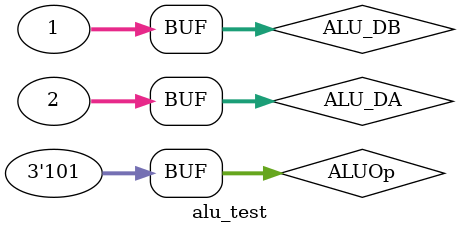
<source format=v>
`timescale 1ns / 1ps


module alu_test;

	// Inputs
	reg [31:0] ALU_DA;
	reg [31:0] ALU_DB;
	reg [2:0] ALUOp;

	// Outputs
	wire [31:0] ALU_DC;
	wire ALU_zero;

	// Instantiate the Unit Under Test (UUT)
	alu uut (
		.ALU_DA(ALU_DA), 
		.ALU_DB(ALU_DB), 
		.ALUOp(ALUOp), 
		.ALU_DC(ALU_DC), 
		.ALU_zero(ALU_zero)
	);

	initial begin
		// Initialize Inputs
		ALU_DA = 0;
		ALU_DB = 0;
		ALUOp = 0;

		// Wait 100 ns for global reset to finish
		#10 ALUOp=3'b001;
		#10 ALU_DA=32'b1;
		#10 ALU_DB=32'b1;
		#10 ALUOp=3'b001;
		#10 ALU_DA=ALU_DA+32'b1;
		#10 ALUOp=3'b101;
        
		// Add stimulus here

	end
      
endmodule


</source>
